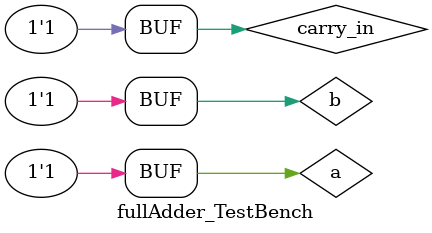
<source format=v>
`define DELAY 20
module fullAdder_TestBench();
	// Declaring variables
	reg a, b, carry_in;
	wire sum, carry_out;
	
	// Calling module to test
	fullAdder fa(sum, carry_out, a, b, carry_in);
	
	
	// Test values
	initial begin
		a = 1'b0; b = 1'b0; carry_in = 1'b0;
		#`DELAY;
		a = 1'b1; b = 1'b0; carry_in = 1'b0;
		#`DELAY;
		a = 1'b0; b = 1'b1; carry_in = 1'b0;
		#`DELAY;
		a = 1'b1; b = 1'b1; carry_in = 1'b0;
		#`DELAY;
		a = 1'b0; b = 1'b0; carry_in = 1'b1;
		#`DELAY;
		a = 1'b1; b = 1'b0; carry_in = 1'b1;
		#`DELAY;
		a = 1'b0; b = 1'b1; carry_in = 1'b1;
		#`DELAY;
		a = 1'b1; b = 1'b1; carry_in = 1'b1;
	end
	
	
	// Monitoring changes
	initial begin
		$monitor("Time=%2d, a=%1b, b=%1b, carry_in=%1b, sum=%1b, carry_out=%1b", $time, a, b, carry_in, sum, carry_out);
	end
 
endmodule
</source>
